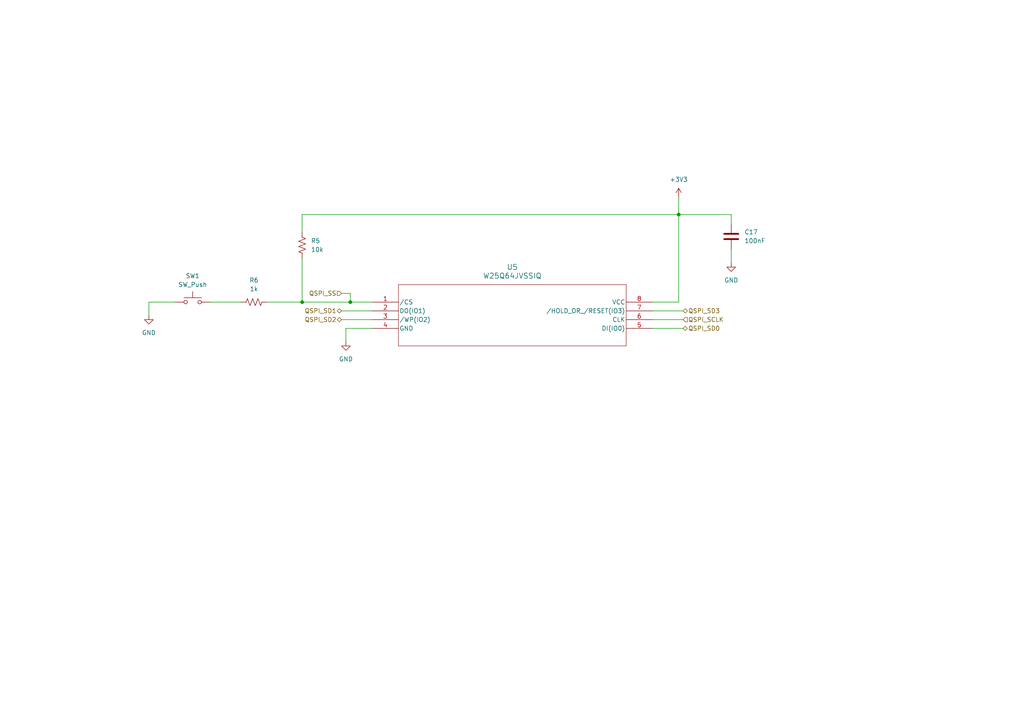
<source format=kicad_sch>
(kicad_sch (version 20250114) (generator "eeschema") (generator_version "9.0")
  (paper "A4")
  (lib_symbols
    (symbol "Device:C" (pin_numbers (hide yes)) (pin_names (offset 0.254))
      (property "Reference" "C" (at 0.635 2.54 0))
      (property "Value" "C" (at 0.635 -2.54 0))
      (symbol "C_0_1"
        (polyline (pts (xy -2.032 0.762) (xy 2.032 0.762)) (stroke (width 0.508)))
        (polyline (pts (xy -2.032 -0.762) (xy 2.032 -0.762)) (stroke (width 0.508)))
      )
      (symbol "C_1_1"
        (pin passive line (at 0 3.81 270) (length 2.794) (name "~") (number "1"))
        (pin passive line (at 0 -3.81 90) (length 2.794) (name "~") (number "2"))
      )
    )
    (symbol "Device:R_US" (pin_numbers (hide yes)) (pin_names (offset 0))
      (property "Reference" "R" (at 2.54 0 90))
      (property "Value" "R_US" (at -2.54 0 90))
      (symbol "R_US_0_1"
        (polyline (pts (xy 0 2.286) (xy 0 2.54)))
        (polyline (pts (xy 0 2.286) (xy 1.016 1.905) (xy 0 1.524) (xy -1.016 1.143) (xy 0 0.762)))
        (polyline (pts (xy 0 0.762) (xy 1.016 0.381) (xy 0 0) (xy -1.016 -0.381) (xy 0 -0.762)))
        (polyline (pts (xy 0 -0.762) (xy 1.016 -1.143) (xy 0 -1.524) (xy -1.016 -1.905) (xy 0 -2.286)))
        (polyline (pts (xy 0 -2.286) (xy 0 -2.54)))
      )
      (symbol "R_US_1_1"
        (pin passive line (at 0 3.81 270) (length 1.27) (name "~") (number "1"))
        (pin passive line (at 0 -3.81 90) (length 1.27) (name "~") (number "2"))
      )
    )
    (symbol "Switch:SW_Push" (pin_numbers (hide yes)) (pin_names (offset 1.016) (hide yes))
      (property "Reference" "SW" (at 1.27 2.54 0))
      (property "Value" "SW_Push" (at 0 -1.524 0))
      (symbol "SW_Push_0_1"
        (circle (center -2.032 0) (radius 0.508))
        (polyline (pts (xy 0 1.27) (xy 0 3.048)))
        (circle (center 2.032 0) (radius 0.508))
        (polyline (pts (xy 2.54 1.27) (xy -2.54 1.27)))
        (pin passive line (at -5.08 0 0) (length 2.54) (name "1") (number "1"))
        (pin passive line (at 5.08 0 180) (length 2.54) (name "2") (number "2"))
      )
    )
    (symbol "Tekk_Card_Symbols:W25Q64JVSSIQ" (pin_names (offset 0.254))
      (property "Reference" "U" (at 40.64 10.16 0))
      (property "Value" "W25Q64JVSSIQ" (at 40.64 7.62 0))
      (symbol "W25Q64JVSSIQ_0_1"
        (polyline (pts (xy 7.62 5.08) (xy 7.62 -12.7)) (stroke (width 0.127)))
        (polyline (pts (xy 7.62 -12.7) (xy 73.66 -12.7)) (stroke (width 0.127)))
        (polyline (pts (xy 73.66 5.08) (xy 7.62 5.08)) (stroke (width 0.127)))
        (polyline (pts (xy 73.66 -12.7) (xy 73.66 5.08)) (stroke (width 0.127)))
        (pin unspecified line (at 0 0 0) (length 7.62) (name "/CS") (number "1"))
        (pin unspecified line (at 0 -2.54 0) (length 7.62) (name "DO(IO1)") (number "2"))
        (pin unspecified line (at 0 -5.08 0) (length 7.62) (name "/WP(IO2)") (number "3"))
        (pin power_out line (at 0 -7.62 0) (length 7.62) (name "GND") (number "4"))
        (pin power_in line (at 81.28 0 180) (length 7.62) (name "VCC") (number "8"))
        (pin unspecified line (at 81.28 -2.54 180) (length 7.62) (name "/HOLD_OR_/RESET(IO3)") (number "7"))
        (pin unspecified line (at 81.28 -5.08 180) (length 7.62) (name "CLK") (number "6"))
        (pin unspecified line (at 81.28 -7.62 180) (length 7.62) (name "DI(IO0)") (number "5"))
      )
    )
    (symbol "power:+3V3" (power) (pin_numbers (hide yes)) (pin_names (offset 0) (hide yes))
      (property "Value" "+3V3" (at 0 3.556 0))
      (symbol "+3V3_0_1"
        (polyline (pts (xy -0.762 1.27) (xy 0 2.54)))
        (polyline (pts (xy 0 2.54) (xy 0.762 1.27)))
        (polyline (pts (xy 0 0) (xy 0 2.54)))
      )
      (symbol "+3V3_1_1"
        (pin power_in line (at 0 0 90) (length 0) (name "~") (number "1"))
      )
    )
    (symbol "power:GND" (power) (pin_numbers (hide yes)) (pin_names (offset 0) (hide yes))
      (property "Value" "GND" (at 0 -3.81 0))
      (symbol "GND_0_1"
        (polyline (pts (xy 0 0) (xy 0 -1.27) (xy 1.27 -1.27) (xy 0 -2.54) (xy -1.27 -1.27) (xy 0 -1.27)))
      )
      (symbol "GND_1_1"
        (pin power_in line (at 0 0 270) (length 0) (name "~") (number "1"))
      )
    )
  )
  (junction (at 101.6 87.63))
  (junction (at 196.85 62.23))
  (junction (at 87.63 87.63))
  (wire (pts (xy 60.96 87.63) (xy 69.85 87.63)))
  (wire (pts (xy 101.6 87.63) (xy 107.95 87.63)))
  (wire (pts (xy 99.06 92.71) (xy 107.95 92.71)))
  (wire (pts (xy 212.09 62.23) (xy 196.85 62.23)))
  (wire (pts (xy 189.23 92.71) (xy 198.12 92.71)))
  (wire (pts (xy 212.09 72.39) (xy 212.09 76.2)))
  (wire (pts (xy 99.06 85.09) (xy 101.6 85.09)))
  (wire (pts (xy 101.6 85.09) (xy 101.6 87.63)))
  (wire (pts (xy 107.95 95.25) (xy 100.33 95.25)))
  (wire (pts (xy 87.63 67.31) (xy 87.63 62.23)))
  (wire (pts (xy 196.85 62.23) (xy 196.85 87.63)))
  (wire (pts (xy 212.09 64.77) (xy 212.09 62.23)))
  (wire (pts (xy 43.18 87.63) (xy 50.8 87.63)))
  (wire (pts (xy 196.85 57.15) (xy 196.85 62.23)))
  (wire (pts (xy 87.63 87.63) (xy 101.6 87.63)))
  (wire (pts (xy 189.23 90.17) (xy 198.12 90.17)))
  (wire (pts (xy 87.63 62.23) (xy 196.85 62.23)))
  (wire (pts (xy 100.33 95.25) (xy 100.33 99.06)))
  (wire (pts (xy 77.47 87.63) (xy 87.63 87.63)))
  (wire (pts (xy 99.06 90.17) (xy 107.95 90.17)))
  (wire (pts (xy 87.63 74.93) (xy 87.63 87.63)))
  (wire (pts (xy 196.85 87.63) (xy 189.23 87.63)))
  (wire (pts (xy 189.23 95.25) (xy 198.12 95.25)))
  (wire (pts (xy 43.18 91.44) (xy 43.18 87.63)))
  (hierarchical_label "QSPI_SCLK" (shape input) (at 198.12 92.71 0))
  (hierarchical_label "QSPI_SD0" (shape bidirectional) (at 198.12 95.25 0))
  (hierarchical_label "QSPI_SD2" (shape bidirectional) (at 99.06 92.71 180))
  (hierarchical_label "QSPI_SD1" (shape bidirectional) (at 99.06 90.17 180))
  (hierarchical_label "QSPI_SS" (shape input) (at 99.06 85.09 180))
  (hierarchical_label "QSPI_SD3" (shape bidirectional) (at 198.12 90.17 0))
  (symbol (lib_id "Tekk_Card_Symbols:W25Q64JVSSIQ") (at 107.95 87.63 0) (unit 1)
    (property "Reference" "U5" (at 148.59 77.47 0) (effects (font (size 1.524 1.524))))
    (property "Value" "W25Q64JVSSIQ" (at 148.59 80.01 0) (effects (font (size 1.524 1.524))))
    (property "Footprint" "Tekk_Card_Library:SOIC-8_5P28X5P28_WIN" (effects (hide yes)))
    (property "Datasheet" "W25Q64JVSSIQ" (effects (hide yes)))
  )
  (symbol (lib_id "power:+3V3") (at 196.85 57.15 0) (unit 1)
    (property "Reference" "#PWR019" (effects (hide yes)))
    (property "Value" "+3V3" (at 196.85 52.07 0))
    (property "Description" "Power symbol creates a global label with name \"+3V3\"" (effects (hide yes)))
  )
  (symbol (lib_id "Device:C") (at 212.09 68.58 0) (unit 1)
    (property "Reference" "C17" (at 215.9 67.3099 0) (effects (justify left)))
    (property "Value" "100nF" (at 215.9 69.8499 0) (effects (justify left)))
    (property "Footprint" "Capacitor_SMD:C_0603_1608Metric" (effects (hide yes)))
    (property "Description" "Unpolarized capacitor" (effects (hide yes)))
  )
  (symbol (lib_id "Switch:SW_Push") (at 55.88 87.63 0) (unit 1)
    (property "Reference" "SW1" (at 55.88 80.01 0))
    (property "Value" "SW_Push" (at 55.88 82.55 0))
    (property "Footprint" "Tekk_Card_Library:R-667_MIT" (effects (hide yes)))
    (property "Description" "Push button switch, generic, two pins" (effects (hide yes)))
  )
  (symbol (lib_id "Device:R_US") (at 73.66 87.63 90) (unit 1)
    (property "Reference" "R6" (at 73.66 81.28 90))
    (property "Value" "1k" (at 73.66 83.82 90))
    (property "Footprint" "Resistor_SMD:R_0402_1005Metric" (effects (hide yes)))
    (property "Description" "Resistor, US symbol" (effects (hide yes)))
  )
  (symbol (lib_id "power:GND") (at 43.18 91.44 0) (unit 1)
    (property "Reference" "#PWR021" (effects (hide yes)))
    (property "Value" "GND" (at 43.18 96.52 0))
    (property "Description" "Power symbol creates a global label with name \"GND\" , ground" (effects (hide yes)))
  )
  (symbol (lib_id "Device:R_US") (at 87.63 71.12 0) (unit 1)
    (property "Reference" "R5" (at 90.17 69.8499 0) (effects (justify left)))
    (property "Value" "10k" (at 90.17 72.3899 0) (effects (justify left)))
    (property "Footprint" "Resistor_SMD:R_0402_1005Metric" (effects (hide yes)))
    (property "Description" "Resistor, US symbol" (effects (hide yes)))
    (property "Tolerance" "5%" (effects (hide yes)))
  )
  (symbol (lib_id "power:GND") (at 100.33 99.06 0) (unit 1)
    (property "Reference" "#PWR018" (effects (hide yes)))
    (property "Value" "GND" (at 100.33 104.14 0))
    (property "Description" "Power symbol creates a global label with name \"GND\" , ground" (effects (hide yes)))
  )
  (symbol (lib_id "power:GND") (at 212.09 76.2 0) (unit 1)
    (property "Reference" "#PWR020" (effects (hide yes)))
    (property "Value" "GND" (at 212.09 81.28 0))
    (property "Description" "Power symbol creates a global label with name \"GND\" , ground" (effects (hide yes)))
  )
)
</source>
